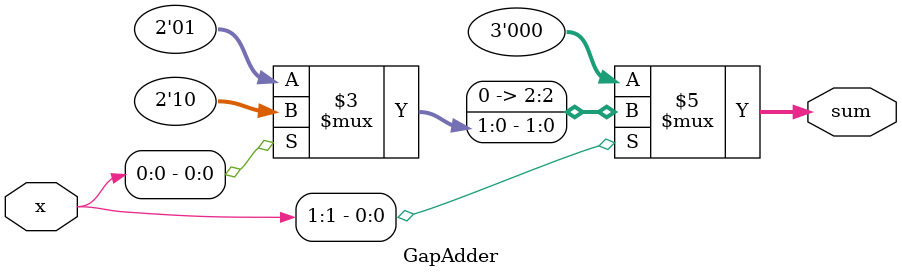
<source format=v>
`timescale 1ns / 1ps

/**
 * Add the up or left cell's value with the gap score.
 */
module GapAdder(
        x,      // input from left or up
        sum     // output sum of x and gap
    );
    
    input  [1:0] x;
    output [2:0] sum;
    
    /**
     * Gap is always -1 == 2'b11
     * 
     * Truth table:
     * 
     * x1 x0 g1 g0 | s1 s0
     * 0  0  1  1  | 0  0
     * 0  1  1  1  | 0  0
     * 1  0  1  1  | 0  1
     * 1  1  1  1  | 1  0
     * 
     * Result is zero if x[1] == 0
     */
    
    assign sum = x[1] == 0 ? 2'b00 : (x[0] == 0 ? 2'b01 : 2'b10);
    
endmodule
</source>
